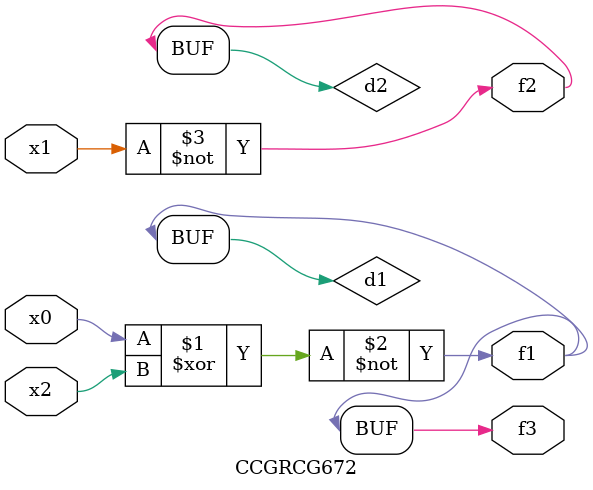
<source format=v>
module CCGRCG672(
	input x0, x1, x2,
	output f1, f2, f3
);

	wire d1, d2, d3;

	xnor (d1, x0, x2);
	nand (d2, x1);
	nor (d3, x1, x2);
	assign f1 = d1;
	assign f2 = d2;
	assign f3 = d1;
endmodule

</source>
